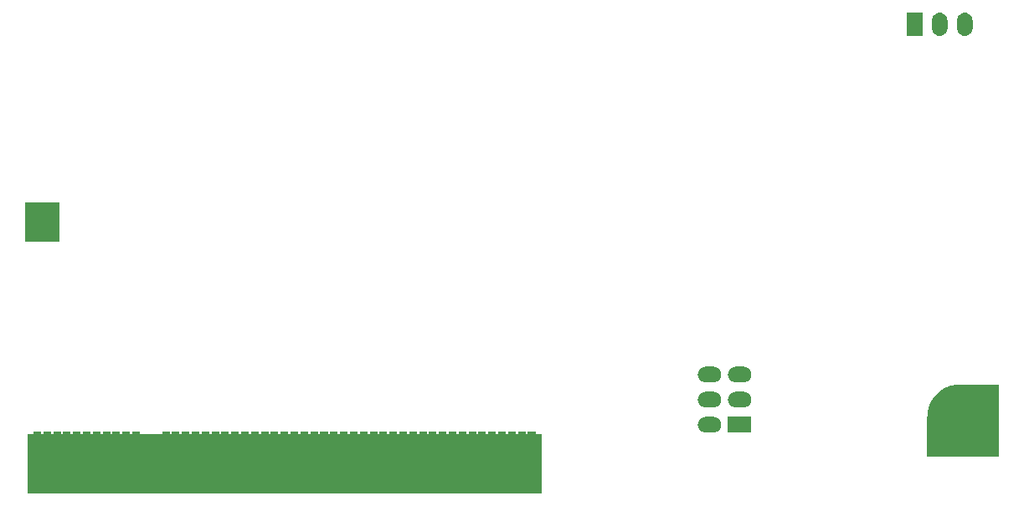
<source format=gbr>
G04 #@! TF.FileFunction,Soldermask,Bot*
%FSLAX46Y46*%
G04 Gerber Fmt 4.6, Leading zero omitted, Abs format (unit mm)*
G04 Created by KiCad (PCBNEW (2016-06-29 BZR 6959, Git 30386bd)-product) date Sat Jul  2 22:02:46 2016*
%MOMM*%
%LPD*%
G01*
G04 APERTURE LIST*
%ADD10C,0.100000*%
G04 APERTURE END LIST*
D10*
G36*
X4381290Y-43949200D02*
X4382266Y-43959111D01*
X4385157Y-43968640D01*
X4389851Y-43977423D01*
X4396169Y-43985121D01*
X4403867Y-43991439D01*
X4412650Y-43996133D01*
X4422179Y-43999024D01*
X4432090Y-44000000D01*
X4566710Y-44000000D01*
X4576621Y-43999024D01*
X4586150Y-43996133D01*
X4594933Y-43991439D01*
X4602631Y-43985121D01*
X4608949Y-43977423D01*
X4613643Y-43968640D01*
X4616534Y-43959111D01*
X4617510Y-43949200D01*
X4617510Y-43718000D01*
X5382050Y-43718000D01*
X5382050Y-43949200D01*
X5383026Y-43959111D01*
X5385917Y-43968640D01*
X5390611Y-43977423D01*
X5396929Y-43985121D01*
X5404627Y-43991439D01*
X5413410Y-43996133D01*
X5422939Y-43999024D01*
X5432850Y-44000000D01*
X5567470Y-44000000D01*
X5577381Y-43999024D01*
X5586910Y-43996133D01*
X5595693Y-43991439D01*
X5603391Y-43985121D01*
X5609709Y-43977423D01*
X5614403Y-43968640D01*
X5617294Y-43959111D01*
X5618270Y-43949200D01*
X5618270Y-43718000D01*
X6382810Y-43718000D01*
X6382810Y-43949200D01*
X6383786Y-43959111D01*
X6386677Y-43968640D01*
X6391371Y-43977423D01*
X6397689Y-43985121D01*
X6405387Y-43991439D01*
X6414170Y-43996133D01*
X6423699Y-43999024D01*
X6433610Y-44000000D01*
X6565690Y-44000000D01*
X6575601Y-43999024D01*
X6585130Y-43996133D01*
X6593913Y-43991439D01*
X6601611Y-43985121D01*
X6607929Y-43977423D01*
X6612623Y-43968640D01*
X6615514Y-43959111D01*
X6616490Y-43949200D01*
X6616490Y-43718000D01*
X7381030Y-43718000D01*
X7381030Y-43949200D01*
X7382006Y-43959111D01*
X7384897Y-43968640D01*
X7389591Y-43977423D01*
X7395909Y-43985121D01*
X7403607Y-43991439D01*
X7412390Y-43996133D01*
X7421919Y-43999024D01*
X7431830Y-44000000D01*
X7566450Y-44000000D01*
X7576361Y-43999024D01*
X7585890Y-43996133D01*
X7594673Y-43991439D01*
X7602371Y-43985121D01*
X7608689Y-43977423D01*
X7613383Y-43968640D01*
X7616274Y-43959111D01*
X7617250Y-43949200D01*
X7617250Y-43718000D01*
X8381790Y-43718000D01*
X8381790Y-43949200D01*
X8382766Y-43959111D01*
X8385657Y-43968640D01*
X8390351Y-43977423D01*
X8396669Y-43985121D01*
X8404367Y-43991439D01*
X8413150Y-43996133D01*
X8422679Y-43999024D01*
X8432590Y-44000000D01*
X8567210Y-44000000D01*
X8577121Y-43999024D01*
X8586650Y-43996133D01*
X8595433Y-43991439D01*
X8603131Y-43985121D01*
X8609449Y-43977423D01*
X8614143Y-43968640D01*
X8617034Y-43959111D01*
X8618010Y-43949200D01*
X8618010Y-43718000D01*
X9382550Y-43718000D01*
X9382550Y-43949200D01*
X9383526Y-43959111D01*
X9386417Y-43968640D01*
X9391111Y-43977423D01*
X9397429Y-43985121D01*
X9405127Y-43991439D01*
X9413910Y-43996133D01*
X9423439Y-43999024D01*
X9433350Y-44000000D01*
X9565430Y-44000000D01*
X9575341Y-43999024D01*
X9584870Y-43996133D01*
X9593653Y-43991439D01*
X9601351Y-43985121D01*
X9607669Y-43977423D01*
X9612363Y-43968640D01*
X9615254Y-43959111D01*
X9616230Y-43949200D01*
X9616230Y-43718000D01*
X10380770Y-43718000D01*
X10380770Y-43949200D01*
X10381746Y-43959111D01*
X10384637Y-43968640D01*
X10389331Y-43977423D01*
X10395649Y-43985121D01*
X10403347Y-43991439D01*
X10412130Y-43996133D01*
X10421659Y-43999024D01*
X10431570Y-44000000D01*
X10566190Y-44000000D01*
X10576101Y-43999024D01*
X10585630Y-43996133D01*
X10594413Y-43991439D01*
X10602111Y-43985121D01*
X10608429Y-43977423D01*
X10613123Y-43968640D01*
X10616014Y-43959111D01*
X10616990Y-43949200D01*
X10616990Y-43718000D01*
X11381530Y-43718000D01*
X11381530Y-43949200D01*
X11382506Y-43959111D01*
X11385397Y-43968640D01*
X11390091Y-43977423D01*
X11396409Y-43985121D01*
X11404107Y-43991439D01*
X11412890Y-43996133D01*
X11422419Y-43999024D01*
X11432330Y-44000000D01*
X11566950Y-44000000D01*
X11576861Y-43999024D01*
X11586390Y-43996133D01*
X11595173Y-43991439D01*
X11602871Y-43985121D01*
X11609189Y-43977423D01*
X11613883Y-43968640D01*
X11616774Y-43959111D01*
X11617750Y-43949200D01*
X11617750Y-43718000D01*
X12382290Y-43718000D01*
X12382290Y-43949200D01*
X12383266Y-43959111D01*
X12386157Y-43968640D01*
X12390851Y-43977423D01*
X12397169Y-43985121D01*
X12404867Y-43991439D01*
X12413650Y-43996133D01*
X12423179Y-43999024D01*
X12433090Y-44000000D01*
X12565170Y-44000000D01*
X12575081Y-43999024D01*
X12584610Y-43996133D01*
X12593393Y-43991439D01*
X12601091Y-43985121D01*
X12607409Y-43977423D01*
X12612103Y-43968640D01*
X12614994Y-43959111D01*
X12615970Y-43949200D01*
X12615970Y-43718000D01*
X13380510Y-43718000D01*
X13380510Y-43949200D01*
X13381486Y-43959111D01*
X13384377Y-43968640D01*
X13389071Y-43977423D01*
X13395389Y-43985121D01*
X13403087Y-43991439D01*
X13411870Y-43996133D01*
X13421399Y-43999024D01*
X13431310Y-44000000D01*
X15567450Y-44000000D01*
X15577361Y-43999024D01*
X15586890Y-43996133D01*
X15595673Y-43991439D01*
X15603371Y-43985121D01*
X15609689Y-43977423D01*
X15614383Y-43968640D01*
X15617274Y-43959111D01*
X15618250Y-43949200D01*
X15618250Y-43718000D01*
X16382790Y-43718000D01*
X16382790Y-43949200D01*
X16383766Y-43959111D01*
X16386657Y-43968640D01*
X16391351Y-43977423D01*
X16397669Y-43985121D01*
X16405367Y-43991439D01*
X16414150Y-43996133D01*
X16423679Y-43999024D01*
X16433590Y-44000000D01*
X16565670Y-44000000D01*
X16575581Y-43999024D01*
X16585110Y-43996133D01*
X16593893Y-43991439D01*
X16601591Y-43985121D01*
X16607909Y-43977423D01*
X16612603Y-43968640D01*
X16615494Y-43959111D01*
X16616470Y-43949200D01*
X16616470Y-43718000D01*
X17381010Y-43718000D01*
X17381010Y-43949200D01*
X17381986Y-43959111D01*
X17384877Y-43968640D01*
X17389571Y-43977423D01*
X17395889Y-43985121D01*
X17403587Y-43991439D01*
X17412370Y-43996133D01*
X17421899Y-43999024D01*
X17431810Y-44000000D01*
X17566430Y-44000000D01*
X17576341Y-43999024D01*
X17585870Y-43996133D01*
X17594653Y-43991439D01*
X17602351Y-43985121D01*
X17608669Y-43977423D01*
X17613363Y-43968640D01*
X17616254Y-43959111D01*
X17617230Y-43949200D01*
X17617230Y-43718000D01*
X18381770Y-43718000D01*
X18381770Y-43949200D01*
X18382746Y-43959111D01*
X18385637Y-43968640D01*
X18390331Y-43977423D01*
X18396649Y-43985121D01*
X18404347Y-43991439D01*
X18413130Y-43996133D01*
X18422659Y-43999024D01*
X18432570Y-44000000D01*
X18567190Y-44000000D01*
X18577101Y-43999024D01*
X18586630Y-43996133D01*
X18595413Y-43991439D01*
X18603111Y-43985121D01*
X18609429Y-43977423D01*
X18614123Y-43968640D01*
X18617014Y-43959111D01*
X18617990Y-43949200D01*
X18617990Y-43718000D01*
X19382530Y-43718000D01*
X19382530Y-43949200D01*
X19383506Y-43959111D01*
X19386397Y-43968640D01*
X19391091Y-43977423D01*
X19397409Y-43985121D01*
X19405107Y-43991439D01*
X19413890Y-43996133D01*
X19423419Y-43999024D01*
X19433330Y-44000000D01*
X19565410Y-44000000D01*
X19575321Y-43999024D01*
X19584850Y-43996133D01*
X19593633Y-43991439D01*
X19601331Y-43985121D01*
X19607649Y-43977423D01*
X19612343Y-43968640D01*
X19615234Y-43959111D01*
X19616210Y-43949200D01*
X19616210Y-43718000D01*
X20380750Y-43718000D01*
X20380750Y-43949200D01*
X20381726Y-43959111D01*
X20384617Y-43968640D01*
X20389311Y-43977423D01*
X20395629Y-43985121D01*
X20403327Y-43991439D01*
X20412110Y-43996133D01*
X20421639Y-43999024D01*
X20431550Y-44000000D01*
X20566170Y-44000000D01*
X20576081Y-43999024D01*
X20585610Y-43996133D01*
X20594393Y-43991439D01*
X20602091Y-43985121D01*
X20608409Y-43977423D01*
X20613103Y-43968640D01*
X20615994Y-43959111D01*
X20616970Y-43949200D01*
X20616970Y-43718000D01*
X21381510Y-43718000D01*
X21381510Y-43949200D01*
X21382486Y-43959111D01*
X21385377Y-43968640D01*
X21390071Y-43977423D01*
X21396389Y-43985121D01*
X21404087Y-43991439D01*
X21412870Y-43996133D01*
X21422399Y-43999024D01*
X21432310Y-44000000D01*
X21566930Y-44000000D01*
X21576841Y-43999024D01*
X21586370Y-43996133D01*
X21595153Y-43991439D01*
X21602851Y-43985121D01*
X21609169Y-43977423D01*
X21613863Y-43968640D01*
X21616754Y-43959111D01*
X21617730Y-43949200D01*
X21617730Y-43718000D01*
X22382270Y-43718000D01*
X22382270Y-43949200D01*
X22383246Y-43959111D01*
X22386137Y-43968640D01*
X22390831Y-43977423D01*
X22397149Y-43985121D01*
X22404847Y-43991439D01*
X22413630Y-43996133D01*
X22423159Y-43999024D01*
X22433070Y-44000000D01*
X22565150Y-44000000D01*
X22575061Y-43999024D01*
X22584590Y-43996133D01*
X22593373Y-43991439D01*
X22601071Y-43985121D01*
X22607389Y-43977423D01*
X22612083Y-43968640D01*
X22614974Y-43959111D01*
X22615950Y-43949200D01*
X22615950Y-43718000D01*
X23380490Y-43718000D01*
X23380490Y-43949200D01*
X23381466Y-43959111D01*
X23384357Y-43968640D01*
X23389051Y-43977423D01*
X23395369Y-43985121D01*
X23403067Y-43991439D01*
X23411850Y-43996133D01*
X23421379Y-43999024D01*
X23431290Y-44000000D01*
X23565910Y-44000000D01*
X23575821Y-43999024D01*
X23585350Y-43996133D01*
X23594133Y-43991439D01*
X23601831Y-43985121D01*
X23608149Y-43977423D01*
X23612843Y-43968640D01*
X23615734Y-43959111D01*
X23616710Y-43949200D01*
X23616710Y-43718000D01*
X24381250Y-43718000D01*
X24381250Y-43949200D01*
X24382226Y-43959111D01*
X24385117Y-43968640D01*
X24389811Y-43977423D01*
X24396129Y-43985121D01*
X24403827Y-43991439D01*
X24412610Y-43996133D01*
X24422139Y-43999024D01*
X24432050Y-44000000D01*
X24566670Y-44000000D01*
X24576581Y-43999024D01*
X24586110Y-43996133D01*
X24594893Y-43991439D01*
X24602591Y-43985121D01*
X24608909Y-43977423D01*
X24613603Y-43968640D01*
X24616494Y-43959111D01*
X24617470Y-43949200D01*
X24617470Y-43718000D01*
X25382010Y-43718000D01*
X25382010Y-43949200D01*
X25382986Y-43959111D01*
X25385877Y-43968640D01*
X25390571Y-43977423D01*
X25396889Y-43985121D01*
X25404587Y-43991439D01*
X25413370Y-43996133D01*
X25422899Y-43999024D01*
X25432810Y-44000000D01*
X25567430Y-44000000D01*
X25577341Y-43999024D01*
X25586870Y-43996133D01*
X25595653Y-43991439D01*
X25603351Y-43985121D01*
X25609669Y-43977423D01*
X25614363Y-43968640D01*
X25617254Y-43959111D01*
X25618230Y-43949200D01*
X25618230Y-43718000D01*
X26382770Y-43718000D01*
X26382770Y-43949200D01*
X26383746Y-43959111D01*
X26386637Y-43968640D01*
X26391331Y-43977423D01*
X26397649Y-43985121D01*
X26405347Y-43991439D01*
X26414130Y-43996133D01*
X26423659Y-43999024D01*
X26433570Y-44000000D01*
X26565650Y-44000000D01*
X26575561Y-43999024D01*
X26585090Y-43996133D01*
X26593873Y-43991439D01*
X26601571Y-43985121D01*
X26607889Y-43977423D01*
X26612583Y-43968640D01*
X26615474Y-43959111D01*
X26616450Y-43949200D01*
X26616450Y-43718000D01*
X27380990Y-43718000D01*
X27380990Y-43949200D01*
X27381966Y-43959111D01*
X27384857Y-43968640D01*
X27389551Y-43977423D01*
X27395869Y-43985121D01*
X27403567Y-43991439D01*
X27412350Y-43996133D01*
X27421879Y-43999024D01*
X27431790Y-44000000D01*
X27566410Y-44000000D01*
X27576321Y-43999024D01*
X27585850Y-43996133D01*
X27594633Y-43991439D01*
X27602331Y-43985121D01*
X27608649Y-43977423D01*
X27613343Y-43968640D01*
X27616234Y-43959111D01*
X27617210Y-43949200D01*
X27617210Y-43718000D01*
X28381750Y-43718000D01*
X28381750Y-43949200D01*
X28382726Y-43959111D01*
X28385617Y-43968640D01*
X28390311Y-43977423D01*
X28396629Y-43985121D01*
X28404327Y-43991439D01*
X28413110Y-43996133D01*
X28422639Y-43999024D01*
X28432550Y-44000000D01*
X28567170Y-44000000D01*
X28577081Y-43999024D01*
X28586610Y-43996133D01*
X28595393Y-43991439D01*
X28603091Y-43985121D01*
X28609409Y-43977423D01*
X28614103Y-43968640D01*
X28616994Y-43959111D01*
X28617970Y-43949200D01*
X28617970Y-43718000D01*
X29382510Y-43718000D01*
X29382510Y-43949200D01*
X29383486Y-43959111D01*
X29386377Y-43968640D01*
X29391071Y-43977423D01*
X29397389Y-43985121D01*
X29405087Y-43991439D01*
X29413870Y-43996133D01*
X29423399Y-43999024D01*
X29433310Y-44000000D01*
X29565390Y-44000000D01*
X29575301Y-43999024D01*
X29584830Y-43996133D01*
X29593613Y-43991439D01*
X29601311Y-43985121D01*
X29607629Y-43977423D01*
X29612323Y-43968640D01*
X29615214Y-43959111D01*
X29616190Y-43949200D01*
X29616190Y-43718000D01*
X30380730Y-43718000D01*
X30380730Y-43949200D01*
X30381706Y-43959111D01*
X30384597Y-43968640D01*
X30389291Y-43977423D01*
X30395609Y-43985121D01*
X30403307Y-43991439D01*
X30412090Y-43996133D01*
X30421619Y-43999024D01*
X30431530Y-44000000D01*
X30566150Y-44000000D01*
X30576061Y-43999024D01*
X30585590Y-43996133D01*
X30594373Y-43991439D01*
X30602071Y-43985121D01*
X30608389Y-43977423D01*
X30613083Y-43968640D01*
X30615974Y-43959111D01*
X30616950Y-43949200D01*
X30616950Y-43718000D01*
X31381490Y-43718000D01*
X31381490Y-43949200D01*
X31382466Y-43959111D01*
X31385357Y-43968640D01*
X31390051Y-43977423D01*
X31396369Y-43985121D01*
X31404067Y-43991439D01*
X31412850Y-43996133D01*
X31422379Y-43999024D01*
X31432290Y-44000000D01*
X31566910Y-44000000D01*
X31576821Y-43999024D01*
X31586350Y-43996133D01*
X31595133Y-43991439D01*
X31602831Y-43985121D01*
X31609149Y-43977423D01*
X31613843Y-43968640D01*
X31616734Y-43959111D01*
X31617710Y-43949200D01*
X31617710Y-43718000D01*
X32382250Y-43718000D01*
X32382250Y-43949200D01*
X32383226Y-43959111D01*
X32386117Y-43968640D01*
X32390811Y-43977423D01*
X32397129Y-43985121D01*
X32404827Y-43991439D01*
X32413610Y-43996133D01*
X32423139Y-43999024D01*
X32433050Y-44000000D01*
X32565130Y-44000000D01*
X32575041Y-43999024D01*
X32584570Y-43996133D01*
X32593353Y-43991439D01*
X32601051Y-43985121D01*
X32607369Y-43977423D01*
X32612063Y-43968640D01*
X32614954Y-43959111D01*
X32615930Y-43949200D01*
X32615930Y-43718000D01*
X33380470Y-43718000D01*
X33380470Y-43949200D01*
X33381446Y-43959111D01*
X33384337Y-43968640D01*
X33389031Y-43977423D01*
X33395349Y-43985121D01*
X33403047Y-43991439D01*
X33411830Y-43996133D01*
X33421359Y-43999024D01*
X33431270Y-44000000D01*
X33565890Y-44000000D01*
X33575801Y-43999024D01*
X33585330Y-43996133D01*
X33594113Y-43991439D01*
X33601811Y-43985121D01*
X33608129Y-43977423D01*
X33612823Y-43968640D01*
X33615714Y-43959111D01*
X33616690Y-43949200D01*
X33616690Y-43718000D01*
X34381230Y-43718000D01*
X34381230Y-43949200D01*
X34382206Y-43959111D01*
X34385097Y-43968640D01*
X34389791Y-43977423D01*
X34396109Y-43985121D01*
X34403807Y-43991439D01*
X34412590Y-43996133D01*
X34422119Y-43999024D01*
X34432030Y-44000000D01*
X34566650Y-44000000D01*
X34576561Y-43999024D01*
X34586090Y-43996133D01*
X34594873Y-43991439D01*
X34602571Y-43985121D01*
X34608889Y-43977423D01*
X34613583Y-43968640D01*
X34616474Y-43959111D01*
X34617450Y-43949200D01*
X34617450Y-43718000D01*
X35381990Y-43718000D01*
X35381990Y-43949200D01*
X35382966Y-43959111D01*
X35385857Y-43968640D01*
X35390551Y-43977423D01*
X35396869Y-43985121D01*
X35404567Y-43991439D01*
X35413350Y-43996133D01*
X35422879Y-43999024D01*
X35432790Y-44000000D01*
X35567410Y-44000000D01*
X35577321Y-43999024D01*
X35586850Y-43996133D01*
X35595633Y-43991439D01*
X35603331Y-43985121D01*
X35609649Y-43977423D01*
X35614343Y-43968640D01*
X35617234Y-43959111D01*
X35618210Y-43949200D01*
X35618210Y-43718000D01*
X36382750Y-43718000D01*
X36382750Y-43949200D01*
X36383726Y-43959111D01*
X36386617Y-43968640D01*
X36391311Y-43977423D01*
X36397629Y-43985121D01*
X36405327Y-43991439D01*
X36414110Y-43996133D01*
X36423639Y-43999024D01*
X36433550Y-44000000D01*
X36565630Y-44000000D01*
X36575541Y-43999024D01*
X36585070Y-43996133D01*
X36593853Y-43991439D01*
X36601551Y-43985121D01*
X36607869Y-43977423D01*
X36612563Y-43968640D01*
X36615454Y-43959111D01*
X36616430Y-43949200D01*
X36616430Y-43718000D01*
X37380970Y-43718000D01*
X37380970Y-43949200D01*
X37381946Y-43959111D01*
X37384837Y-43968640D01*
X37389531Y-43977423D01*
X37395849Y-43985121D01*
X37403547Y-43991439D01*
X37412330Y-43996133D01*
X37421859Y-43999024D01*
X37431770Y-44000000D01*
X37566390Y-44000000D01*
X37576301Y-43999024D01*
X37585830Y-43996133D01*
X37594613Y-43991439D01*
X37602311Y-43985121D01*
X37608629Y-43977423D01*
X37613323Y-43968640D01*
X37616214Y-43959111D01*
X37617190Y-43949200D01*
X37617190Y-43718000D01*
X38381730Y-43718000D01*
X38381730Y-43949200D01*
X38382706Y-43959111D01*
X38385597Y-43968640D01*
X38390291Y-43977423D01*
X38396609Y-43985121D01*
X38404307Y-43991439D01*
X38413090Y-43996133D01*
X38422619Y-43999024D01*
X38432530Y-44000000D01*
X38567150Y-44000000D01*
X38577061Y-43999024D01*
X38586590Y-43996133D01*
X38595373Y-43991439D01*
X38603071Y-43985121D01*
X38609389Y-43977423D01*
X38614083Y-43968640D01*
X38616974Y-43959111D01*
X38617950Y-43949200D01*
X38617950Y-43718000D01*
X39382490Y-43718000D01*
X39382490Y-43949200D01*
X39383466Y-43959111D01*
X39386357Y-43968640D01*
X39391051Y-43977423D01*
X39397369Y-43985121D01*
X39405067Y-43991439D01*
X39413850Y-43996133D01*
X39423379Y-43999024D01*
X39433290Y-44000000D01*
X39565370Y-44000000D01*
X39575281Y-43999024D01*
X39584810Y-43996133D01*
X39593593Y-43991439D01*
X39601291Y-43985121D01*
X39607609Y-43977423D01*
X39612303Y-43968640D01*
X39615194Y-43959111D01*
X39616170Y-43949200D01*
X39616170Y-43718000D01*
X40380710Y-43718000D01*
X40380710Y-43949200D01*
X40381686Y-43959111D01*
X40384577Y-43968640D01*
X40389271Y-43977423D01*
X40395589Y-43985121D01*
X40403287Y-43991439D01*
X40412070Y-43996133D01*
X40421599Y-43999024D01*
X40431510Y-44000000D01*
X40566130Y-44000000D01*
X40576041Y-43999024D01*
X40585570Y-43996133D01*
X40594353Y-43991439D01*
X40602051Y-43985121D01*
X40608369Y-43977423D01*
X40613063Y-43968640D01*
X40615954Y-43959111D01*
X40616930Y-43949200D01*
X40616930Y-43718000D01*
X41381470Y-43718000D01*
X41381470Y-43949200D01*
X41382446Y-43959111D01*
X41385337Y-43968640D01*
X41390031Y-43977423D01*
X41396349Y-43985121D01*
X41404047Y-43991439D01*
X41412830Y-43996133D01*
X41422359Y-43999024D01*
X41432270Y-44000000D01*
X41566890Y-44000000D01*
X41576801Y-43999024D01*
X41586330Y-43996133D01*
X41595113Y-43991439D01*
X41602811Y-43985121D01*
X41609129Y-43977423D01*
X41613823Y-43968640D01*
X41616714Y-43959111D01*
X41617690Y-43949200D01*
X41617690Y-43718000D01*
X42382230Y-43718000D01*
X42382230Y-43949200D01*
X42383206Y-43959111D01*
X42386097Y-43968640D01*
X42390791Y-43977423D01*
X42397109Y-43985121D01*
X42404807Y-43991439D01*
X42413590Y-43996133D01*
X42423119Y-43999024D01*
X42433030Y-44000000D01*
X42565110Y-44000000D01*
X42575021Y-43999024D01*
X42584550Y-43996133D01*
X42593333Y-43991439D01*
X42601031Y-43985121D01*
X42607349Y-43977423D01*
X42612043Y-43968640D01*
X42614934Y-43959111D01*
X42615910Y-43949200D01*
X42615910Y-43718000D01*
X43380450Y-43718000D01*
X43380450Y-43949200D01*
X43381426Y-43959111D01*
X43384317Y-43968640D01*
X43389011Y-43977423D01*
X43395329Y-43985121D01*
X43403027Y-43991439D01*
X43411810Y-43996133D01*
X43421339Y-43999024D01*
X43431250Y-44000000D01*
X43565870Y-44000000D01*
X43575781Y-43999024D01*
X43585310Y-43996133D01*
X43594093Y-43991439D01*
X43601791Y-43985121D01*
X43608109Y-43977423D01*
X43612803Y-43968640D01*
X43615694Y-43959111D01*
X43616670Y-43949200D01*
X43616670Y-43718000D01*
X44381210Y-43718000D01*
X44381210Y-43949200D01*
X44382186Y-43959111D01*
X44385077Y-43968640D01*
X44389771Y-43977423D01*
X44396089Y-43985121D01*
X44403787Y-43991439D01*
X44412570Y-43996133D01*
X44422099Y-43999024D01*
X44432010Y-44000000D01*
X44566630Y-44000000D01*
X44576541Y-43999024D01*
X44586070Y-43996133D01*
X44594853Y-43991439D01*
X44602551Y-43985121D01*
X44608869Y-43977423D01*
X44613563Y-43968640D01*
X44616454Y-43959111D01*
X44617430Y-43949200D01*
X44617430Y-43718000D01*
X45381970Y-43718000D01*
X45381970Y-43949200D01*
X45382946Y-43959111D01*
X45385837Y-43968640D01*
X45390531Y-43977423D01*
X45396849Y-43985121D01*
X45404547Y-43991439D01*
X45413330Y-43996133D01*
X45422859Y-43999024D01*
X45432770Y-44000000D01*
X45567390Y-44000000D01*
X45577301Y-43999024D01*
X45586830Y-43996133D01*
X45595613Y-43991439D01*
X45603311Y-43985121D01*
X45609629Y-43977423D01*
X45614323Y-43968640D01*
X45617214Y-43959111D01*
X45618190Y-43949200D01*
X45618190Y-43718000D01*
X46382730Y-43718000D01*
X46382730Y-43949200D01*
X46383706Y-43959111D01*
X46386597Y-43968640D01*
X46391291Y-43977423D01*
X46397609Y-43985121D01*
X46405307Y-43991439D01*
X46414090Y-43996133D01*
X46423619Y-43999024D01*
X46433530Y-44000000D01*
X46565610Y-44000000D01*
X46575521Y-43999024D01*
X46585050Y-43996133D01*
X46593833Y-43991439D01*
X46601531Y-43985121D01*
X46607849Y-43977423D01*
X46612543Y-43968640D01*
X46615434Y-43959111D01*
X46616410Y-43949200D01*
X46616410Y-43718000D01*
X47380950Y-43718000D01*
X47380950Y-43949200D01*
X47381926Y-43959111D01*
X47384817Y-43968640D01*
X47389511Y-43977423D01*
X47395829Y-43985121D01*
X47403527Y-43991439D01*
X47412310Y-43996133D01*
X47421839Y-43999024D01*
X47431750Y-44000000D01*
X47566370Y-44000000D01*
X47576281Y-43999024D01*
X47585810Y-43996133D01*
X47594593Y-43991439D01*
X47602291Y-43985121D01*
X47608609Y-43977423D01*
X47613303Y-43968640D01*
X47616194Y-43959111D01*
X47617170Y-43949200D01*
X47617170Y-43718000D01*
X48381710Y-43718000D01*
X48381710Y-43949200D01*
X48382686Y-43959111D01*
X48385577Y-43968640D01*
X48390271Y-43977423D01*
X48396589Y-43985121D01*
X48404287Y-43991439D01*
X48413070Y-43996133D01*
X48422599Y-43999024D01*
X48432510Y-44000000D01*
X48567130Y-44000000D01*
X48577041Y-43999024D01*
X48586570Y-43996133D01*
X48595353Y-43991439D01*
X48603051Y-43985121D01*
X48609369Y-43977423D01*
X48614063Y-43968640D01*
X48616954Y-43959111D01*
X48617930Y-43949200D01*
X48617930Y-43718000D01*
X49382470Y-43718000D01*
X49382470Y-43949200D01*
X49383446Y-43959111D01*
X49386337Y-43968640D01*
X49391031Y-43977423D01*
X49397349Y-43985121D01*
X49405047Y-43991439D01*
X49413830Y-43996133D01*
X49423359Y-43999024D01*
X49433270Y-44000000D01*
X49565350Y-44000000D01*
X49575261Y-43999024D01*
X49584790Y-43996133D01*
X49593573Y-43991439D01*
X49601271Y-43985121D01*
X49607589Y-43977423D01*
X49612283Y-43968640D01*
X49615174Y-43959111D01*
X49616150Y-43949200D01*
X49616150Y-43718000D01*
X50380690Y-43718000D01*
X50380690Y-43949200D01*
X50381666Y-43959111D01*
X50384557Y-43968640D01*
X50389251Y-43977423D01*
X50395569Y-43985121D01*
X50403267Y-43991439D01*
X50412050Y-43996133D01*
X50421579Y-43999024D01*
X50431490Y-44000000D01*
X50566110Y-44000000D01*
X50576021Y-43999024D01*
X50585550Y-43996133D01*
X50594333Y-43991439D01*
X50602031Y-43985121D01*
X50608349Y-43977423D01*
X50613043Y-43968640D01*
X50615934Y-43959111D01*
X50616910Y-43949200D01*
X50616910Y-43718000D01*
X51381450Y-43718000D01*
X51381450Y-43949200D01*
X51382426Y-43959111D01*
X51385317Y-43968640D01*
X51390011Y-43977423D01*
X51396329Y-43985121D01*
X51404027Y-43991439D01*
X51412810Y-43996133D01*
X51422339Y-43999024D01*
X51432250Y-44000000D01*
X51566870Y-44000000D01*
X51576781Y-43999024D01*
X51586310Y-43996133D01*
X51595093Y-43991439D01*
X51602791Y-43985121D01*
X51609109Y-43977423D01*
X51613803Y-43968640D01*
X51616694Y-43959111D01*
X51617670Y-43949200D01*
X51617670Y-43718000D01*
X52382210Y-43718000D01*
X52382210Y-43949200D01*
X52383186Y-43959111D01*
X52386077Y-43968640D01*
X52390771Y-43977423D01*
X52397089Y-43985121D01*
X52404787Y-43991439D01*
X52413570Y-43996133D01*
X52423099Y-43999024D01*
X52433010Y-44000000D01*
X52565090Y-44000000D01*
X52575001Y-43999024D01*
X52584530Y-43996133D01*
X52593313Y-43991439D01*
X52601011Y-43985121D01*
X52607329Y-43977423D01*
X52612023Y-43968640D01*
X52614914Y-43959111D01*
X52615890Y-43949200D01*
X52615890Y-43718000D01*
X53380430Y-43718000D01*
X53380430Y-43949200D01*
X53381406Y-43959111D01*
X53384297Y-43968640D01*
X53388991Y-43977423D01*
X53395309Y-43985121D01*
X53403007Y-43991439D01*
X53411790Y-43996133D01*
X53421319Y-43999024D01*
X53431230Y-44000000D01*
X54000000Y-44000000D01*
X54000000Y-50000000D01*
X2000000Y-50000000D01*
X2000000Y-44000000D01*
X2565190Y-44000000D01*
X2575101Y-43999024D01*
X2584630Y-43996133D01*
X2593413Y-43991439D01*
X2601111Y-43985121D01*
X2607429Y-43977423D01*
X2612123Y-43968640D01*
X2615014Y-43959111D01*
X2615990Y-43949200D01*
X2615990Y-43719270D01*
X3380530Y-43719270D01*
X3380530Y-43949200D01*
X3381506Y-43959111D01*
X3384397Y-43968640D01*
X3389091Y-43977423D01*
X3395409Y-43985121D01*
X3403107Y-43991439D01*
X3411890Y-43996133D01*
X3421419Y-43999024D01*
X3431330Y-44000000D01*
X3565950Y-44000000D01*
X3575861Y-43999024D01*
X3585390Y-43996133D01*
X3594173Y-43991439D01*
X3601871Y-43985121D01*
X3608189Y-43977423D01*
X3612883Y-43968640D01*
X3615774Y-43959111D01*
X3616750Y-43949200D01*
X3616750Y-43718000D01*
X4381290Y-43718000D01*
X4381290Y-43949200D01*
X4381290Y-43949200D01*
G37*
G36*
X96281356Y-38999999D02*
X96281711Y-39000000D01*
X100250000Y-39000000D01*
X100250000Y-46250000D01*
X93000000Y-46250000D01*
X93000000Y-42551181D01*
X92999165Y-42542010D01*
X92995726Y-42523270D01*
X93004624Y-41885974D01*
X93137140Y-41262541D01*
X93388220Y-40676724D01*
X93748308Y-40150831D01*
X94203682Y-39704895D01*
X94737002Y-39355901D01*
X95327951Y-39117141D01*
X95954016Y-38997714D01*
X96281356Y-38999999D01*
X96281356Y-38999999D01*
G37*
G36*
X71367036Y-42246280D02*
X71373766Y-42246327D01*
X71527714Y-42263595D01*
X71675375Y-42310436D01*
X71811127Y-42385066D01*
X71929797Y-42484642D01*
X72026866Y-42605372D01*
X72098636Y-42742656D01*
X72142375Y-42891266D01*
X72142378Y-42891302D01*
X72142381Y-42891311D01*
X72156416Y-43045538D01*
X72140228Y-43199558D01*
X72140227Y-43199563D01*
X72140222Y-43199606D01*
X72094413Y-43347590D01*
X72020733Y-43483859D01*
X71921987Y-43603222D01*
X71801939Y-43701131D01*
X71665159Y-43773858D01*
X71516858Y-43818633D01*
X71362684Y-43833750D01*
X70589279Y-43833750D01*
X70584964Y-43833720D01*
X70578234Y-43833673D01*
X70424286Y-43816405D01*
X70276625Y-43769564D01*
X70140873Y-43694934D01*
X70022203Y-43595358D01*
X69925134Y-43474628D01*
X69853364Y-43337344D01*
X69809625Y-43188734D01*
X69809622Y-43188698D01*
X69809619Y-43188689D01*
X69795584Y-43034462D01*
X69811772Y-42880442D01*
X69811773Y-42880437D01*
X69811778Y-42880394D01*
X69857587Y-42732410D01*
X69931267Y-42596141D01*
X70030013Y-42476778D01*
X70150061Y-42378869D01*
X70286841Y-42306142D01*
X70435142Y-42261367D01*
X70589316Y-42246250D01*
X71362721Y-42246250D01*
X71367036Y-42246280D01*
X71367036Y-42246280D01*
G37*
G36*
X75198750Y-43833750D02*
X72849250Y-43833750D01*
X72849250Y-42246250D01*
X75198750Y-42246250D01*
X75198750Y-43833750D01*
X75198750Y-43833750D01*
G37*
G36*
X71367036Y-39706280D02*
X71373766Y-39706327D01*
X71527714Y-39723595D01*
X71675375Y-39770436D01*
X71811127Y-39845066D01*
X71929797Y-39944642D01*
X72026866Y-40065372D01*
X72098636Y-40202656D01*
X72142375Y-40351266D01*
X72142378Y-40351302D01*
X72142381Y-40351311D01*
X72156416Y-40505538D01*
X72140228Y-40659558D01*
X72140227Y-40659563D01*
X72140222Y-40659606D01*
X72094413Y-40807590D01*
X72020733Y-40943859D01*
X71921987Y-41063222D01*
X71801939Y-41161131D01*
X71665159Y-41233858D01*
X71516858Y-41278633D01*
X71362684Y-41293750D01*
X70589279Y-41293750D01*
X70584964Y-41293720D01*
X70578234Y-41293673D01*
X70424286Y-41276405D01*
X70276625Y-41229564D01*
X70140873Y-41154934D01*
X70022203Y-41055358D01*
X69925134Y-40934628D01*
X69853364Y-40797344D01*
X69809625Y-40648734D01*
X69809622Y-40648698D01*
X69809619Y-40648689D01*
X69795584Y-40494462D01*
X69811772Y-40340442D01*
X69811773Y-40340437D01*
X69811778Y-40340394D01*
X69857587Y-40192410D01*
X69931267Y-40056141D01*
X70030013Y-39936778D01*
X70150061Y-39838869D01*
X70286841Y-39766142D01*
X70435142Y-39721367D01*
X70589316Y-39706250D01*
X71362721Y-39706250D01*
X71367036Y-39706280D01*
X71367036Y-39706280D01*
G37*
G36*
X74415036Y-39706280D02*
X74421766Y-39706327D01*
X74575714Y-39723595D01*
X74723375Y-39770436D01*
X74859127Y-39845066D01*
X74977797Y-39944642D01*
X75074866Y-40065372D01*
X75146636Y-40202656D01*
X75190375Y-40351266D01*
X75190378Y-40351302D01*
X75190381Y-40351311D01*
X75204416Y-40505538D01*
X75188228Y-40659558D01*
X75188227Y-40659563D01*
X75188222Y-40659606D01*
X75142413Y-40807590D01*
X75068733Y-40943859D01*
X74969987Y-41063222D01*
X74849939Y-41161131D01*
X74713159Y-41233858D01*
X74564858Y-41278633D01*
X74410684Y-41293750D01*
X73637279Y-41293750D01*
X73632964Y-41293720D01*
X73626234Y-41293673D01*
X73472286Y-41276405D01*
X73324625Y-41229564D01*
X73188873Y-41154934D01*
X73070203Y-41055358D01*
X72973134Y-40934628D01*
X72901364Y-40797344D01*
X72857625Y-40648734D01*
X72857622Y-40648698D01*
X72857619Y-40648689D01*
X72843584Y-40494462D01*
X72859772Y-40340442D01*
X72859773Y-40340437D01*
X72859778Y-40340394D01*
X72905587Y-40192410D01*
X72979267Y-40056141D01*
X73078013Y-39936778D01*
X73198061Y-39838869D01*
X73334841Y-39766142D01*
X73483142Y-39721367D01*
X73637316Y-39706250D01*
X74410721Y-39706250D01*
X74415036Y-39706280D01*
X74415036Y-39706280D01*
G37*
G36*
X74415036Y-37166280D02*
X74421766Y-37166327D01*
X74575714Y-37183595D01*
X74723375Y-37230436D01*
X74859127Y-37305066D01*
X74977797Y-37404642D01*
X75074866Y-37525372D01*
X75146636Y-37662656D01*
X75190375Y-37811266D01*
X75190378Y-37811302D01*
X75190381Y-37811311D01*
X75204416Y-37965538D01*
X75188228Y-38119558D01*
X75188227Y-38119563D01*
X75188222Y-38119606D01*
X75142413Y-38267590D01*
X75068733Y-38403859D01*
X74969987Y-38523222D01*
X74849939Y-38621131D01*
X74713159Y-38693858D01*
X74564858Y-38738633D01*
X74410684Y-38753750D01*
X73637279Y-38753750D01*
X73632964Y-38753720D01*
X73626234Y-38753673D01*
X73472286Y-38736405D01*
X73324625Y-38689564D01*
X73188873Y-38614934D01*
X73070203Y-38515358D01*
X72973134Y-38394628D01*
X72901364Y-38257344D01*
X72857625Y-38108734D01*
X72857622Y-38108698D01*
X72857619Y-38108689D01*
X72843584Y-37954462D01*
X72859772Y-37800442D01*
X72859773Y-37800437D01*
X72859778Y-37800394D01*
X72905587Y-37652410D01*
X72979267Y-37516141D01*
X73078013Y-37396778D01*
X73198061Y-37298869D01*
X73334841Y-37226142D01*
X73483142Y-37181367D01*
X73637316Y-37166250D01*
X74410721Y-37166250D01*
X74415036Y-37166280D01*
X74415036Y-37166280D01*
G37*
G36*
X71367036Y-37166280D02*
X71373766Y-37166327D01*
X71527714Y-37183595D01*
X71675375Y-37230436D01*
X71811127Y-37305066D01*
X71929797Y-37404642D01*
X72026866Y-37525372D01*
X72098636Y-37662656D01*
X72142375Y-37811266D01*
X72142378Y-37811302D01*
X72142381Y-37811311D01*
X72156416Y-37965538D01*
X72140228Y-38119558D01*
X72140227Y-38119563D01*
X72140222Y-38119606D01*
X72094413Y-38267590D01*
X72020733Y-38403859D01*
X71921987Y-38523222D01*
X71801939Y-38621131D01*
X71665159Y-38693858D01*
X71516858Y-38738633D01*
X71362684Y-38753750D01*
X70589279Y-38753750D01*
X70584964Y-38753720D01*
X70578234Y-38753673D01*
X70424286Y-38736405D01*
X70276625Y-38689564D01*
X70140873Y-38614934D01*
X70022203Y-38515358D01*
X69925134Y-38394628D01*
X69853364Y-38257344D01*
X69809625Y-38108734D01*
X69809622Y-38108698D01*
X69809619Y-38108689D01*
X69795584Y-37954462D01*
X69811772Y-37800442D01*
X69811773Y-37800437D01*
X69811778Y-37800394D01*
X69857587Y-37652410D01*
X69931267Y-37516141D01*
X70030013Y-37396778D01*
X70150061Y-37298869D01*
X70286841Y-37226142D01*
X70435142Y-37181367D01*
X70589316Y-37166250D01*
X71362721Y-37166250D01*
X71367036Y-37166280D01*
X71367036Y-37166280D01*
G37*
G36*
X5250000Y-24500000D02*
X1750000Y-24500000D01*
X1750000Y-20500000D01*
X5250000Y-20500000D01*
X5250000Y-24500000D01*
X5250000Y-24500000D01*
G37*
G36*
X96949558Y-1335772D02*
X96949563Y-1335773D01*
X96949606Y-1335778D01*
X97097590Y-1381587D01*
X97233859Y-1455267D01*
X97353222Y-1554013D01*
X97451131Y-1674061D01*
X97523858Y-1810841D01*
X97568633Y-1959142D01*
X97583750Y-2113316D01*
X97583750Y-2886684D01*
X97583673Y-2897766D01*
X97566405Y-3051714D01*
X97519564Y-3199375D01*
X97444934Y-3335127D01*
X97345358Y-3453797D01*
X97224628Y-3550866D01*
X97087344Y-3622636D01*
X96938734Y-3666375D01*
X96938698Y-3666378D01*
X96938689Y-3666381D01*
X96784462Y-3680416D01*
X96630442Y-3664228D01*
X96630437Y-3664227D01*
X96630394Y-3664222D01*
X96482410Y-3618413D01*
X96346141Y-3544733D01*
X96226778Y-3445987D01*
X96128869Y-3325939D01*
X96056142Y-3189159D01*
X96011367Y-3040858D01*
X95996250Y-2886684D01*
X95996250Y-2113316D01*
X95996327Y-2102234D01*
X96013595Y-1948286D01*
X96060436Y-1800625D01*
X96135066Y-1664873D01*
X96234642Y-1546203D01*
X96355372Y-1449134D01*
X96492656Y-1377364D01*
X96641266Y-1333625D01*
X96641302Y-1333622D01*
X96641311Y-1333619D01*
X96795538Y-1319584D01*
X96949558Y-1335772D01*
X96949558Y-1335772D01*
G37*
G36*
X94409558Y-1335772D02*
X94409563Y-1335773D01*
X94409606Y-1335778D01*
X94557590Y-1381587D01*
X94693859Y-1455267D01*
X94813222Y-1554013D01*
X94911131Y-1674061D01*
X94983858Y-1810841D01*
X95028633Y-1959142D01*
X95043750Y-2113316D01*
X95043750Y-2886684D01*
X95043673Y-2897766D01*
X95026405Y-3051714D01*
X94979564Y-3199375D01*
X94904934Y-3335127D01*
X94805358Y-3453797D01*
X94684628Y-3550866D01*
X94547344Y-3622636D01*
X94398734Y-3666375D01*
X94398698Y-3666378D01*
X94398689Y-3666381D01*
X94244462Y-3680416D01*
X94090442Y-3664228D01*
X94090437Y-3664227D01*
X94090394Y-3664222D01*
X93942410Y-3618413D01*
X93806141Y-3544733D01*
X93686778Y-3445987D01*
X93588869Y-3325939D01*
X93516142Y-3189159D01*
X93471367Y-3040858D01*
X93456250Y-2886684D01*
X93456250Y-2113316D01*
X93456327Y-2102234D01*
X93473595Y-1948286D01*
X93520436Y-1800625D01*
X93595066Y-1664873D01*
X93694642Y-1546203D01*
X93815372Y-1449134D01*
X93952656Y-1377364D01*
X94101266Y-1333625D01*
X94101302Y-1333622D01*
X94101311Y-1333619D01*
X94255538Y-1319584D01*
X94409558Y-1335772D01*
X94409558Y-1335772D01*
G37*
G36*
X92503750Y-3674750D02*
X90916250Y-3674750D01*
X90916250Y-1325250D01*
X92503750Y-1325250D01*
X92503750Y-3674750D01*
X92503750Y-3674750D01*
G37*
M02*

</source>
